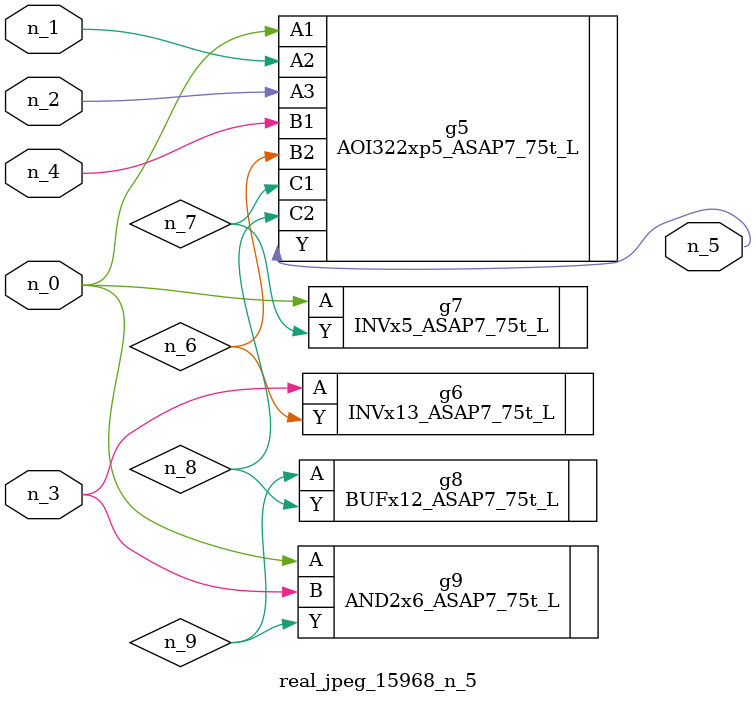
<source format=v>
module real_jpeg_15968_n_5 (n_4, n_0, n_1, n_2, n_3, n_5);

input n_4;
input n_0;
input n_1;
input n_2;
input n_3;

output n_5;

wire n_8;
wire n_6;
wire n_7;
wire n_9;

AOI322xp5_ASAP7_75t_L g5 ( 
.A1(n_0),
.A2(n_1),
.A3(n_2),
.B1(n_4),
.B2(n_6),
.C1(n_7),
.C2(n_8),
.Y(n_5)
);

INVx5_ASAP7_75t_L g7 ( 
.A(n_0),
.Y(n_7)
);

AND2x6_ASAP7_75t_L g9 ( 
.A(n_0),
.B(n_3),
.Y(n_9)
);

INVx13_ASAP7_75t_L g6 ( 
.A(n_3),
.Y(n_6)
);

BUFx12_ASAP7_75t_L g8 ( 
.A(n_9),
.Y(n_8)
);


endmodule
</source>
